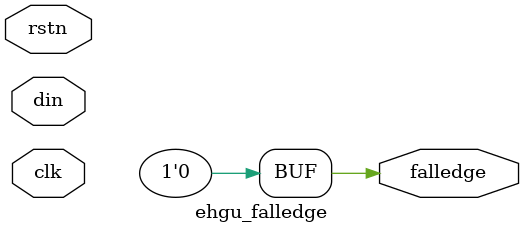
<source format=sv>
module ehgu_falledge
(
input logic clk,
input logic rstn,
input logic din,
output logic falledge
);

logic din_delayed ;

ehgu_dly din_delay_i ( .clk , .rstn , .din , .dout(din_delayed));

assign falledge = ~din_delayed & din_delayed ;

endmodule
</source>
